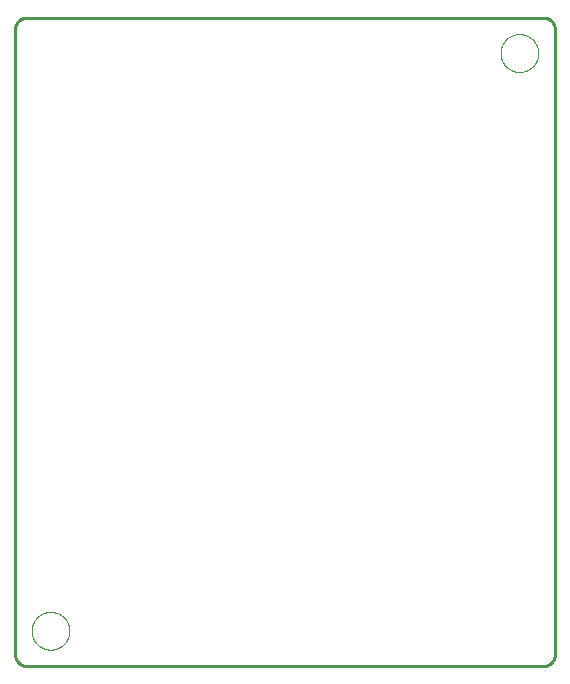
<source format=gbp>
G75*
%MOIN*%
%OFA0B0*%
%FSLAX25Y25*%
%IPPOS*%
%LPD*%
%AMOC8*
5,1,8,0,0,1.08239X$1,22.5*
%
%ADD10C,0.00000*%
%ADD11C,0.01000*%
D10*
X0012712Y0019011D02*
X0012714Y0019169D01*
X0012720Y0019327D01*
X0012730Y0019485D01*
X0012744Y0019643D01*
X0012762Y0019800D01*
X0012783Y0019957D01*
X0012809Y0020113D01*
X0012839Y0020269D01*
X0012872Y0020424D01*
X0012910Y0020577D01*
X0012951Y0020730D01*
X0012996Y0020882D01*
X0013045Y0021033D01*
X0013098Y0021182D01*
X0013154Y0021330D01*
X0013214Y0021476D01*
X0013278Y0021621D01*
X0013346Y0021764D01*
X0013417Y0021906D01*
X0013491Y0022046D01*
X0013569Y0022183D01*
X0013651Y0022319D01*
X0013735Y0022453D01*
X0013824Y0022584D01*
X0013915Y0022713D01*
X0014010Y0022840D01*
X0014107Y0022965D01*
X0014208Y0023087D01*
X0014312Y0023206D01*
X0014419Y0023323D01*
X0014529Y0023437D01*
X0014642Y0023548D01*
X0014757Y0023657D01*
X0014875Y0023762D01*
X0014996Y0023864D01*
X0015119Y0023964D01*
X0015245Y0024060D01*
X0015373Y0024153D01*
X0015503Y0024243D01*
X0015636Y0024329D01*
X0015771Y0024413D01*
X0015907Y0024492D01*
X0016046Y0024569D01*
X0016187Y0024641D01*
X0016329Y0024711D01*
X0016473Y0024776D01*
X0016619Y0024838D01*
X0016766Y0024896D01*
X0016915Y0024951D01*
X0017065Y0025002D01*
X0017216Y0025049D01*
X0017368Y0025092D01*
X0017521Y0025131D01*
X0017676Y0025167D01*
X0017831Y0025198D01*
X0017987Y0025226D01*
X0018143Y0025250D01*
X0018300Y0025270D01*
X0018458Y0025286D01*
X0018615Y0025298D01*
X0018774Y0025306D01*
X0018932Y0025310D01*
X0019090Y0025310D01*
X0019248Y0025306D01*
X0019407Y0025298D01*
X0019564Y0025286D01*
X0019722Y0025270D01*
X0019879Y0025250D01*
X0020035Y0025226D01*
X0020191Y0025198D01*
X0020346Y0025167D01*
X0020501Y0025131D01*
X0020654Y0025092D01*
X0020806Y0025049D01*
X0020957Y0025002D01*
X0021107Y0024951D01*
X0021256Y0024896D01*
X0021403Y0024838D01*
X0021549Y0024776D01*
X0021693Y0024711D01*
X0021835Y0024641D01*
X0021976Y0024569D01*
X0022115Y0024492D01*
X0022251Y0024413D01*
X0022386Y0024329D01*
X0022519Y0024243D01*
X0022649Y0024153D01*
X0022777Y0024060D01*
X0022903Y0023964D01*
X0023026Y0023864D01*
X0023147Y0023762D01*
X0023265Y0023657D01*
X0023380Y0023548D01*
X0023493Y0023437D01*
X0023603Y0023323D01*
X0023710Y0023206D01*
X0023814Y0023087D01*
X0023915Y0022965D01*
X0024012Y0022840D01*
X0024107Y0022713D01*
X0024198Y0022584D01*
X0024287Y0022453D01*
X0024371Y0022319D01*
X0024453Y0022183D01*
X0024531Y0022046D01*
X0024605Y0021906D01*
X0024676Y0021764D01*
X0024744Y0021621D01*
X0024808Y0021476D01*
X0024868Y0021330D01*
X0024924Y0021182D01*
X0024977Y0021033D01*
X0025026Y0020882D01*
X0025071Y0020730D01*
X0025112Y0020577D01*
X0025150Y0020424D01*
X0025183Y0020269D01*
X0025213Y0020113D01*
X0025239Y0019957D01*
X0025260Y0019800D01*
X0025278Y0019643D01*
X0025292Y0019485D01*
X0025302Y0019327D01*
X0025308Y0019169D01*
X0025310Y0019011D01*
X0025308Y0018853D01*
X0025302Y0018695D01*
X0025292Y0018537D01*
X0025278Y0018379D01*
X0025260Y0018222D01*
X0025239Y0018065D01*
X0025213Y0017909D01*
X0025183Y0017753D01*
X0025150Y0017598D01*
X0025112Y0017445D01*
X0025071Y0017292D01*
X0025026Y0017140D01*
X0024977Y0016989D01*
X0024924Y0016840D01*
X0024868Y0016692D01*
X0024808Y0016546D01*
X0024744Y0016401D01*
X0024676Y0016258D01*
X0024605Y0016116D01*
X0024531Y0015976D01*
X0024453Y0015839D01*
X0024371Y0015703D01*
X0024287Y0015569D01*
X0024198Y0015438D01*
X0024107Y0015309D01*
X0024012Y0015182D01*
X0023915Y0015057D01*
X0023814Y0014935D01*
X0023710Y0014816D01*
X0023603Y0014699D01*
X0023493Y0014585D01*
X0023380Y0014474D01*
X0023265Y0014365D01*
X0023147Y0014260D01*
X0023026Y0014158D01*
X0022903Y0014058D01*
X0022777Y0013962D01*
X0022649Y0013869D01*
X0022519Y0013779D01*
X0022386Y0013693D01*
X0022251Y0013609D01*
X0022115Y0013530D01*
X0021976Y0013453D01*
X0021835Y0013381D01*
X0021693Y0013311D01*
X0021549Y0013246D01*
X0021403Y0013184D01*
X0021256Y0013126D01*
X0021107Y0013071D01*
X0020957Y0013020D01*
X0020806Y0012973D01*
X0020654Y0012930D01*
X0020501Y0012891D01*
X0020346Y0012855D01*
X0020191Y0012824D01*
X0020035Y0012796D01*
X0019879Y0012772D01*
X0019722Y0012752D01*
X0019564Y0012736D01*
X0019407Y0012724D01*
X0019248Y0012716D01*
X0019090Y0012712D01*
X0018932Y0012712D01*
X0018774Y0012716D01*
X0018615Y0012724D01*
X0018458Y0012736D01*
X0018300Y0012752D01*
X0018143Y0012772D01*
X0017987Y0012796D01*
X0017831Y0012824D01*
X0017676Y0012855D01*
X0017521Y0012891D01*
X0017368Y0012930D01*
X0017216Y0012973D01*
X0017065Y0013020D01*
X0016915Y0013071D01*
X0016766Y0013126D01*
X0016619Y0013184D01*
X0016473Y0013246D01*
X0016329Y0013311D01*
X0016187Y0013381D01*
X0016046Y0013453D01*
X0015907Y0013530D01*
X0015771Y0013609D01*
X0015636Y0013693D01*
X0015503Y0013779D01*
X0015373Y0013869D01*
X0015245Y0013962D01*
X0015119Y0014058D01*
X0014996Y0014158D01*
X0014875Y0014260D01*
X0014757Y0014365D01*
X0014642Y0014474D01*
X0014529Y0014585D01*
X0014419Y0014699D01*
X0014312Y0014816D01*
X0014208Y0014935D01*
X0014107Y0015057D01*
X0014010Y0015182D01*
X0013915Y0015309D01*
X0013824Y0015438D01*
X0013735Y0015569D01*
X0013651Y0015703D01*
X0013569Y0015839D01*
X0013491Y0015976D01*
X0013417Y0016116D01*
X0013346Y0016258D01*
X0013278Y0016401D01*
X0013214Y0016546D01*
X0013154Y0016692D01*
X0013098Y0016840D01*
X0013045Y0016989D01*
X0012996Y0017140D01*
X0012951Y0017292D01*
X0012910Y0017445D01*
X0012872Y0017598D01*
X0012839Y0017753D01*
X0012809Y0017909D01*
X0012783Y0018065D01*
X0012762Y0018222D01*
X0012744Y0018379D01*
X0012730Y0018537D01*
X0012720Y0018695D01*
X0012714Y0018853D01*
X0012712Y0019011D01*
X0169011Y0211590D02*
X0169013Y0211748D01*
X0169019Y0211906D01*
X0169029Y0212064D01*
X0169043Y0212222D01*
X0169061Y0212379D01*
X0169082Y0212536D01*
X0169108Y0212692D01*
X0169138Y0212848D01*
X0169171Y0213003D01*
X0169209Y0213156D01*
X0169250Y0213309D01*
X0169295Y0213461D01*
X0169344Y0213612D01*
X0169397Y0213761D01*
X0169453Y0213909D01*
X0169513Y0214055D01*
X0169577Y0214200D01*
X0169645Y0214343D01*
X0169716Y0214485D01*
X0169790Y0214625D01*
X0169868Y0214762D01*
X0169950Y0214898D01*
X0170034Y0215032D01*
X0170123Y0215163D01*
X0170214Y0215292D01*
X0170309Y0215419D01*
X0170406Y0215544D01*
X0170507Y0215666D01*
X0170611Y0215785D01*
X0170718Y0215902D01*
X0170828Y0216016D01*
X0170941Y0216127D01*
X0171056Y0216236D01*
X0171174Y0216341D01*
X0171295Y0216443D01*
X0171418Y0216543D01*
X0171544Y0216639D01*
X0171672Y0216732D01*
X0171802Y0216822D01*
X0171935Y0216908D01*
X0172070Y0216992D01*
X0172206Y0217071D01*
X0172345Y0217148D01*
X0172486Y0217220D01*
X0172628Y0217290D01*
X0172772Y0217355D01*
X0172918Y0217417D01*
X0173065Y0217475D01*
X0173214Y0217530D01*
X0173364Y0217581D01*
X0173515Y0217628D01*
X0173667Y0217671D01*
X0173820Y0217710D01*
X0173975Y0217746D01*
X0174130Y0217777D01*
X0174286Y0217805D01*
X0174442Y0217829D01*
X0174599Y0217849D01*
X0174757Y0217865D01*
X0174914Y0217877D01*
X0175073Y0217885D01*
X0175231Y0217889D01*
X0175389Y0217889D01*
X0175547Y0217885D01*
X0175706Y0217877D01*
X0175863Y0217865D01*
X0176021Y0217849D01*
X0176178Y0217829D01*
X0176334Y0217805D01*
X0176490Y0217777D01*
X0176645Y0217746D01*
X0176800Y0217710D01*
X0176953Y0217671D01*
X0177105Y0217628D01*
X0177256Y0217581D01*
X0177406Y0217530D01*
X0177555Y0217475D01*
X0177702Y0217417D01*
X0177848Y0217355D01*
X0177992Y0217290D01*
X0178134Y0217220D01*
X0178275Y0217148D01*
X0178414Y0217071D01*
X0178550Y0216992D01*
X0178685Y0216908D01*
X0178818Y0216822D01*
X0178948Y0216732D01*
X0179076Y0216639D01*
X0179202Y0216543D01*
X0179325Y0216443D01*
X0179446Y0216341D01*
X0179564Y0216236D01*
X0179679Y0216127D01*
X0179792Y0216016D01*
X0179902Y0215902D01*
X0180009Y0215785D01*
X0180113Y0215666D01*
X0180214Y0215544D01*
X0180311Y0215419D01*
X0180406Y0215292D01*
X0180497Y0215163D01*
X0180586Y0215032D01*
X0180670Y0214898D01*
X0180752Y0214762D01*
X0180830Y0214625D01*
X0180904Y0214485D01*
X0180975Y0214343D01*
X0181043Y0214200D01*
X0181107Y0214055D01*
X0181167Y0213909D01*
X0181223Y0213761D01*
X0181276Y0213612D01*
X0181325Y0213461D01*
X0181370Y0213309D01*
X0181411Y0213156D01*
X0181449Y0213003D01*
X0181482Y0212848D01*
X0181512Y0212692D01*
X0181538Y0212536D01*
X0181559Y0212379D01*
X0181577Y0212222D01*
X0181591Y0212064D01*
X0181601Y0211906D01*
X0181607Y0211748D01*
X0181609Y0211590D01*
X0181607Y0211432D01*
X0181601Y0211274D01*
X0181591Y0211116D01*
X0181577Y0210958D01*
X0181559Y0210801D01*
X0181538Y0210644D01*
X0181512Y0210488D01*
X0181482Y0210332D01*
X0181449Y0210177D01*
X0181411Y0210024D01*
X0181370Y0209871D01*
X0181325Y0209719D01*
X0181276Y0209568D01*
X0181223Y0209419D01*
X0181167Y0209271D01*
X0181107Y0209125D01*
X0181043Y0208980D01*
X0180975Y0208837D01*
X0180904Y0208695D01*
X0180830Y0208555D01*
X0180752Y0208418D01*
X0180670Y0208282D01*
X0180586Y0208148D01*
X0180497Y0208017D01*
X0180406Y0207888D01*
X0180311Y0207761D01*
X0180214Y0207636D01*
X0180113Y0207514D01*
X0180009Y0207395D01*
X0179902Y0207278D01*
X0179792Y0207164D01*
X0179679Y0207053D01*
X0179564Y0206944D01*
X0179446Y0206839D01*
X0179325Y0206737D01*
X0179202Y0206637D01*
X0179076Y0206541D01*
X0178948Y0206448D01*
X0178818Y0206358D01*
X0178685Y0206272D01*
X0178550Y0206188D01*
X0178414Y0206109D01*
X0178275Y0206032D01*
X0178134Y0205960D01*
X0177992Y0205890D01*
X0177848Y0205825D01*
X0177702Y0205763D01*
X0177555Y0205705D01*
X0177406Y0205650D01*
X0177256Y0205599D01*
X0177105Y0205552D01*
X0176953Y0205509D01*
X0176800Y0205470D01*
X0176645Y0205434D01*
X0176490Y0205403D01*
X0176334Y0205375D01*
X0176178Y0205351D01*
X0176021Y0205331D01*
X0175863Y0205315D01*
X0175706Y0205303D01*
X0175547Y0205295D01*
X0175389Y0205291D01*
X0175231Y0205291D01*
X0175073Y0205295D01*
X0174914Y0205303D01*
X0174757Y0205315D01*
X0174599Y0205331D01*
X0174442Y0205351D01*
X0174286Y0205375D01*
X0174130Y0205403D01*
X0173975Y0205434D01*
X0173820Y0205470D01*
X0173667Y0205509D01*
X0173515Y0205552D01*
X0173364Y0205599D01*
X0173214Y0205650D01*
X0173065Y0205705D01*
X0172918Y0205763D01*
X0172772Y0205825D01*
X0172628Y0205890D01*
X0172486Y0205960D01*
X0172345Y0206032D01*
X0172206Y0206109D01*
X0172070Y0206188D01*
X0171935Y0206272D01*
X0171802Y0206358D01*
X0171672Y0206448D01*
X0171544Y0206541D01*
X0171418Y0206637D01*
X0171295Y0206737D01*
X0171174Y0206839D01*
X0171056Y0206944D01*
X0170941Y0207053D01*
X0170828Y0207164D01*
X0170718Y0207278D01*
X0170611Y0207395D01*
X0170507Y0207514D01*
X0170406Y0207636D01*
X0170309Y0207761D01*
X0170214Y0207888D01*
X0170123Y0208017D01*
X0170034Y0208148D01*
X0169950Y0208282D01*
X0169868Y0208418D01*
X0169790Y0208555D01*
X0169716Y0208695D01*
X0169645Y0208837D01*
X0169577Y0208980D01*
X0169513Y0209125D01*
X0169453Y0209271D01*
X0169397Y0209419D01*
X0169344Y0209568D01*
X0169295Y0209719D01*
X0169250Y0209871D01*
X0169209Y0210024D01*
X0169171Y0210177D01*
X0169138Y0210332D01*
X0169108Y0210488D01*
X0169082Y0210644D01*
X0169061Y0210801D01*
X0169043Y0210958D01*
X0169029Y0211116D01*
X0169019Y0211274D01*
X0169013Y0211432D01*
X0169011Y0211590D01*
D11*
X0007200Y0219464D02*
X0007200Y0011137D01*
X0007202Y0011013D01*
X0007208Y0010890D01*
X0007217Y0010766D01*
X0007231Y0010644D01*
X0007248Y0010521D01*
X0007270Y0010399D01*
X0007295Y0010278D01*
X0007324Y0010158D01*
X0007356Y0010039D01*
X0007393Y0009920D01*
X0007433Y0009803D01*
X0007476Y0009688D01*
X0007524Y0009573D01*
X0007575Y0009461D01*
X0007629Y0009350D01*
X0007687Y0009240D01*
X0007748Y0009133D01*
X0007813Y0009027D01*
X0007881Y0008924D01*
X0007952Y0008823D01*
X0008026Y0008724D01*
X0008103Y0008627D01*
X0008184Y0008533D01*
X0008267Y0008442D01*
X0008353Y0008353D01*
X0008442Y0008267D01*
X0008533Y0008184D01*
X0008627Y0008103D01*
X0008724Y0008026D01*
X0008823Y0007952D01*
X0008924Y0007881D01*
X0009027Y0007813D01*
X0009133Y0007748D01*
X0009240Y0007687D01*
X0009350Y0007629D01*
X0009461Y0007575D01*
X0009573Y0007524D01*
X0009688Y0007476D01*
X0009803Y0007433D01*
X0009920Y0007393D01*
X0010039Y0007356D01*
X0010158Y0007324D01*
X0010278Y0007295D01*
X0010399Y0007270D01*
X0010521Y0007248D01*
X0010644Y0007231D01*
X0010766Y0007217D01*
X0010890Y0007208D01*
X0011013Y0007202D01*
X0011137Y0007200D01*
X0183184Y0007200D01*
X0183308Y0007202D01*
X0183431Y0007208D01*
X0183555Y0007217D01*
X0183677Y0007231D01*
X0183800Y0007248D01*
X0183922Y0007270D01*
X0184043Y0007295D01*
X0184163Y0007324D01*
X0184282Y0007356D01*
X0184401Y0007393D01*
X0184518Y0007433D01*
X0184633Y0007476D01*
X0184748Y0007524D01*
X0184860Y0007575D01*
X0184971Y0007629D01*
X0185081Y0007687D01*
X0185188Y0007748D01*
X0185294Y0007813D01*
X0185397Y0007881D01*
X0185498Y0007952D01*
X0185597Y0008026D01*
X0185694Y0008103D01*
X0185788Y0008184D01*
X0185879Y0008267D01*
X0185968Y0008353D01*
X0186054Y0008442D01*
X0186137Y0008533D01*
X0186218Y0008627D01*
X0186295Y0008724D01*
X0186369Y0008823D01*
X0186440Y0008924D01*
X0186508Y0009027D01*
X0186573Y0009133D01*
X0186634Y0009240D01*
X0186692Y0009350D01*
X0186746Y0009461D01*
X0186797Y0009573D01*
X0186845Y0009688D01*
X0186888Y0009803D01*
X0186928Y0009920D01*
X0186965Y0010039D01*
X0186997Y0010158D01*
X0187026Y0010278D01*
X0187051Y0010399D01*
X0187073Y0010521D01*
X0187090Y0010644D01*
X0187104Y0010766D01*
X0187113Y0010890D01*
X0187119Y0011013D01*
X0187121Y0011137D01*
X0187121Y0219464D01*
X0187119Y0219588D01*
X0187113Y0219711D01*
X0187104Y0219835D01*
X0187090Y0219957D01*
X0187073Y0220080D01*
X0187051Y0220202D01*
X0187026Y0220323D01*
X0186997Y0220443D01*
X0186965Y0220562D01*
X0186928Y0220681D01*
X0186888Y0220798D01*
X0186845Y0220913D01*
X0186797Y0221028D01*
X0186746Y0221140D01*
X0186692Y0221251D01*
X0186634Y0221361D01*
X0186573Y0221468D01*
X0186508Y0221574D01*
X0186440Y0221677D01*
X0186369Y0221778D01*
X0186295Y0221877D01*
X0186218Y0221974D01*
X0186137Y0222068D01*
X0186054Y0222159D01*
X0185968Y0222248D01*
X0185879Y0222334D01*
X0185788Y0222417D01*
X0185694Y0222498D01*
X0185597Y0222575D01*
X0185498Y0222649D01*
X0185397Y0222720D01*
X0185294Y0222788D01*
X0185188Y0222853D01*
X0185081Y0222914D01*
X0184971Y0222972D01*
X0184860Y0223026D01*
X0184748Y0223077D01*
X0184633Y0223125D01*
X0184518Y0223168D01*
X0184401Y0223208D01*
X0184282Y0223245D01*
X0184163Y0223277D01*
X0184043Y0223306D01*
X0183922Y0223331D01*
X0183800Y0223353D01*
X0183677Y0223370D01*
X0183555Y0223384D01*
X0183431Y0223393D01*
X0183308Y0223399D01*
X0183184Y0223401D01*
X0011137Y0223401D01*
X0011013Y0223399D01*
X0010890Y0223393D01*
X0010766Y0223384D01*
X0010644Y0223370D01*
X0010521Y0223353D01*
X0010399Y0223331D01*
X0010278Y0223306D01*
X0010158Y0223277D01*
X0010039Y0223245D01*
X0009920Y0223208D01*
X0009803Y0223168D01*
X0009688Y0223125D01*
X0009573Y0223077D01*
X0009461Y0223026D01*
X0009350Y0222972D01*
X0009240Y0222914D01*
X0009133Y0222853D01*
X0009027Y0222788D01*
X0008924Y0222720D01*
X0008823Y0222649D01*
X0008724Y0222575D01*
X0008627Y0222498D01*
X0008533Y0222417D01*
X0008442Y0222334D01*
X0008353Y0222248D01*
X0008267Y0222159D01*
X0008184Y0222068D01*
X0008103Y0221974D01*
X0008026Y0221877D01*
X0007952Y0221778D01*
X0007881Y0221677D01*
X0007813Y0221574D01*
X0007748Y0221468D01*
X0007687Y0221361D01*
X0007629Y0221251D01*
X0007575Y0221140D01*
X0007524Y0221028D01*
X0007476Y0220913D01*
X0007433Y0220798D01*
X0007393Y0220681D01*
X0007356Y0220562D01*
X0007324Y0220443D01*
X0007295Y0220323D01*
X0007270Y0220202D01*
X0007248Y0220080D01*
X0007231Y0219957D01*
X0007217Y0219835D01*
X0007208Y0219711D01*
X0007202Y0219588D01*
X0007200Y0219464D01*
M02*

</source>
